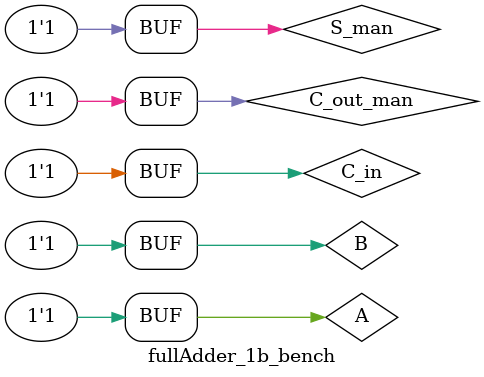
<source format=v>
module fullAdder_1b_bench;

    // Instantiate DUT input / outputs
    reg A, B, C_in;
    wire S, C_out;

    fullAdder_1b iDUT(.A(A), .B(B), .C_in(C_in), .S(S), .C_out(C_out));
    
    wire S_man, C_out_man; // manual checks vars
    assign S_man = A ^ B ^ C_in;
    assign C_out_man = (B & C_in) | (A & C_in) | (A & B);

    initial begin
        // Test 1: 0 0 0
        A = 0;
        B = 0;
        C_in = 0;

        if (S !== S_man && C_out_man !== 0) $display("ERROR TEST 1");
        #5

        // Test 2: 0 0 1
        A = 0;
        B = 0;
        C_in = 1;

        if (S !== S_man && C_out !== C_out_man) $display("ERROR TEST 2");
        #5

        // Test 3: 0 1 0
        A = 0;
        B = 1;
        C_in = 0;

        if (S !== S_man && C_out !== C_out_man) $display("ERROR TEST 3");
        #5

        // Test 4: 0 1 1
        A = 0;
        B = 1;
        C_in = 1;

        if (S !== S_man && C_out !== C_out_man) $display("ERROR TEST 4");
        #5

        // Test 5: 1 0 0
        A = 1;
        B = 0;
        C_in = 0;

        if (S !== S_man && C_out_man !== 0) $display("ERROR TEST 5");
        #5

        // Test 6: 1 0 1
        A = 1;
        B = 0;
        C_in = 1;

        if (S !== S_man && C_out !== C_out_man) $display("ERROR TEST 6");
        #5

        // Test 7: 1 1 0
        A = 1;
        B = 1;
        C_in = 0;

        if (S !== S_man && C_out !== C_out_man) $display("ERROR TEST 7");
        #5

        // Test 8: 1 1 1
        A = 1;
        B = 1;
        C_in = 1;

        if (S !== S_man && C_out !== C_out_man) $display("ERROR TEST 8");
        #5

    	$display("Completed Running ALL Tests!");
    end

endmodule

</source>
